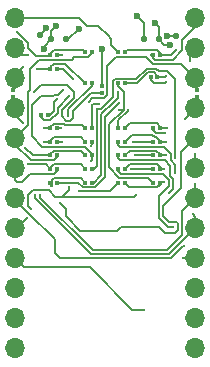
<source format=gbr>
%TF.GenerationSoftware,KiCad,Pcbnew,8.0.3+1*%
%TF.CreationDate,2024-06-27T20:46:53-04:00*%
%TF.ProjectId,XIAO_REV,5849414f-5f52-4455-962e-6b696361645f,rev?*%
%TF.SameCoordinates,Original*%
%TF.FileFunction,Copper,L2,Bot*%
%TF.FilePolarity,Positive*%
%FSLAX46Y46*%
G04 Gerber Fmt 4.6, Leading zero omitted, Abs format (unit mm)*
G04 Created by KiCad (PCBNEW 8.0.3+1) date 2024-06-27 20:46:53*
%MOMM*%
%LPD*%
G01*
G04 APERTURE LIST*
G04 Aperture macros list*
%AMOutline5P*
0 Free polygon, 5 corners , with rotation*
0 The origin of the aperture is its center*
0 number of corners: always 5*
0 $1 to $10 corner X, Y*
0 $11 Rotation angle, in degrees counterclockwise*
0 create outline with 5 corners*
4,1,5,$1,$2,$3,$4,$5,$6,$7,$8,$9,$10,$1,$2,$11*%
%AMOutline6P*
0 Free polygon, 6 corners , with rotation*
0 The origin of the aperture is its center*
0 number of corners: always 6*
0 $1 to $12 corner X, Y*
0 $13 Rotation angle, in degrees counterclockwise*
0 create outline with 6 corners*
4,1,6,$1,$2,$3,$4,$5,$6,$7,$8,$9,$10,$11,$12,$1,$2,$13*%
%AMOutline7P*
0 Free polygon, 7 corners , with rotation*
0 The origin of the aperture is its center*
0 number of corners: always 7*
0 $1 to $14 corner X, Y*
0 $15 Rotation angle, in degrees counterclockwise*
0 create outline with 7 corners*
4,1,7,$1,$2,$3,$4,$5,$6,$7,$8,$9,$10,$11,$12,$13,$14,$1,$2,$15*%
%AMOutline8P*
0 Free polygon, 8 corners , with rotation*
0 The origin of the aperture is its center*
0 number of corners: always 8*
0 $1 to $16 corner X, Y*
0 $17 Rotation angle, in degrees counterclockwise*
0 create outline with 8 corners*
4,1,8,$1,$2,$3,$4,$5,$6,$7,$8,$9,$10,$11,$12,$13,$14,$15,$16,$1,$2,$17*%
G04 Aperture macros list end*
%TA.AperFunction,SMDPad,CuDef*%
%ADD10Outline8P,-0.150000X0.140000X-0.090000X0.200000X0.090000X0.200000X0.150000X0.140000X0.150000X-0.140000X0.090000X-0.200000X-0.090000X-0.200000X-0.150000X-0.140000X0.000000*%
%TD*%
%TA.AperFunction,SMDPad,CuDef*%
%ADD11Outline8P,-0.250000X0.150000X-0.150000X0.250000X0.150000X0.250000X0.250000X0.150000X0.250000X-0.150000X0.150000X-0.250000X-0.150000X-0.250000X-0.250000X-0.150000X135.000000*%
%TD*%
%TA.AperFunction,SMDPad,CuDef*%
%ADD12Outline8P,-0.150000X0.140000X-0.090000X0.200000X0.090000X0.200000X0.150000X0.140000X0.150000X-0.140000X0.090000X-0.200000X-0.090000X-0.200000X-0.150000X-0.140000X270.000000*%
%TD*%
%TA.AperFunction,SMDPad,CuDef*%
%ADD13O,1.700000X1.700000*%
%TD*%
%TA.AperFunction,ViaPad*%
%ADD14C,0.300000*%
%TD*%
%TA.AperFunction,ViaPad*%
%ADD15C,0.600000*%
%TD*%
%TA.AperFunction,Conductor*%
%ADD16C,0.160000*%
%TD*%
G04 APERTURE END LIST*
D10*
%TO.P,,2*%
%TO.N,RST*%
X167840000Y-79380000D03*
%TD*%
%TO.P,,1*%
%TO.N,3V*%
X167840000Y-79930000D03*
%TD*%
%TO.P,,2*%
%TO.N,GND*%
X152200000Y-79375000D03*
%TD*%
%TO.P,,1*%
%TO.N,GND*%
X152200000Y-79925000D03*
%TD*%
%TO.P,,2*%
%TO.N,R18*%
X159780000Y-79035000D03*
%TD*%
%TO.P,,1*%
%TO.N,GND*%
X159780000Y-79585000D03*
%TD*%
D11*
%TO.P,,7*%
%TO.N,MTMS*%
X154490000Y-74680000D03*
%TD*%
%TO.P,,7*%
%TO.N,MTCK*%
X166020000Y-74830000D03*
%TD*%
%TO.P,,7*%
%TO.N,R15*%
X164560000Y-75090000D03*
%TD*%
%TO.P,,7*%
%TO.N,R18*%
X155450000Y-75090000D03*
%TD*%
%TO.P,,7*%
%TO.N,SWCLK*%
X163303948Y-75086052D03*
%TD*%
%TO.P,,7*%
%TO.N,SWDIO*%
X156736052Y-75086052D03*
%TD*%
D12*
%TO.P,,1*%
%TO.N,P5*%
X164090000Y-84910000D03*
%TD*%
%TO.P,,1*%
%TO.N,R6*%
X155400000Y-86060000D03*
%TD*%
%TO.P,,2*%
%TO.N,P4*%
X158900000Y-82610000D03*
%TD*%
%TO.P,,1*%
%TO.N,R7*%
X155400000Y-87210000D03*
%TD*%
%TO.P,,2*%
%TO.N,SCL*%
X158900000Y-78810000D03*
%TD*%
%TO.P,,1*%
%TO.N,R1*%
X155400000Y-76410000D03*
%TD*%
%TO.P,,2*%
%TO.N,TX*%
X155950000Y-87210000D03*
%TD*%
%TO.P,,1*%
%TO.N,R3*%
X158350000Y-82610000D03*
%TD*%
%TO.P,,1*%
%TO.N,R6*%
X158350000Y-86060000D03*
%TD*%
%TO.P,,2*%
%TO.N,P18*%
X155950000Y-83760000D03*
%TD*%
%TO.P,,2*%
%TO.N,R14*%
X164640000Y-76410000D03*
%TD*%
%TO.P,,1*%
%TO.N,GND*%
X161140000Y-87210000D03*
%TD*%
%TO.P,,1*%
%TO.N,RX*%
X161140000Y-78810000D03*
%TD*%
%TO.P,,2*%
%TO.N,R13*%
X161690000Y-78810000D03*
%TD*%
%TO.P,,1*%
%TO.N,R3*%
X155400000Y-82610000D03*
%TD*%
%TO.P,,2*%
%TO.N,R8*%
X164640000Y-87210000D03*
%TD*%
%TO.P,,2*%
%TO.N,SDA*%
X158900000Y-76160000D03*
%TD*%
%TO.P,,1*%
%TO.N,SCLK*%
X161140000Y-86060000D03*
%TD*%
%TO.P,,2*%
%TO.N,SCL*%
X155950000Y-86060000D03*
%TD*%
%TO.P,,1*%
%TO.N,R2*%
X155400000Y-77560000D03*
%TD*%
%TO.P,,1*%
%TO.N,GND*%
X163910000Y-78280000D03*
%TD*%
%TO.P,,2*%
%TO.N,R12*%
X161690000Y-82610000D03*
%TD*%
%TO.P,,1*%
%TO.N,5V*%
X164090000Y-76410000D03*
%TD*%
%TO.P,,2*%
%TO.N,P20*%
X155950000Y-77560000D03*
%TD*%
%TO.P,,2*%
%TO.N,R10*%
X164640000Y-84910000D03*
%TD*%
%TO.P,,2*%
%TO.N,R9*%
X161690000Y-86060000D03*
%TD*%
%TO.P,,2*%
%TO.N,SDA*%
X155950000Y-84910000D03*
%TD*%
%TO.P,,1*%
%TO.N,R2*%
X158350000Y-78810000D03*
%TD*%
%TO.P,,2*%
%TO.N,P21*%
X158900000Y-84910000D03*
%TD*%
%TO.P,,2*%
%TO.N,P20*%
X158900000Y-86060000D03*
%TD*%
%TO.P,,1*%
%TO.N,3V*%
X164090000Y-82610000D03*
%TD*%
%TO.P,,1*%
%TO.N,R5*%
X158350000Y-84910000D03*
%TD*%
%TO.P,,2*%
%TO.N,R11*%
X164640000Y-83760000D03*
%TD*%
%TO.P,,1*%
%TO.N,P19*%
X161140000Y-83760000D03*
%TD*%
%TO.P,,2*%
%TO.N,R14*%
X161690000Y-76160000D03*
%TD*%
%TO.P,,2*%
%TO.N,R8*%
X161690000Y-87210000D03*
%TD*%
%TO.P,,2*%
%TO.N,P19*%
X155950000Y-82610000D03*
%TD*%
%TO.P,,2*%
%TO.N,P5*%
X158900000Y-83760000D03*
%TD*%
%TO.P,,1*%
%TO.N,P18*%
X161140000Y-84910000D03*
%TD*%
%TO.P,,1*%
%TO.N,R4*%
X158350000Y-83760000D03*
%TD*%
%TO.P,,1*%
%TO.N,P4*%
X164090000Y-83760000D03*
%TD*%
%TO.P,,1*%
%TO.N,RX*%
X164090000Y-87210000D03*
%TD*%
%TO.P,,1*%
%TO.N,GND*%
X161140000Y-82610000D03*
%TD*%
%TO.P,,2*%
%TO.N,R10*%
X161690000Y-84910000D03*
%TD*%
%TO.P,,2*%
%TO.N,5V*%
X158900000Y-87210000D03*
%TD*%
%TO.P,,1*%
%TO.N,P6*%
X164090000Y-86060000D03*
%TD*%
%TO.P,,2*%
%TO.N,R12*%
X164640000Y-82610000D03*
%TD*%
%TO.P,,1*%
%TO.N,R4*%
X155400000Y-83760000D03*
%TD*%
%TO.P,,2*%
%TO.N,R13*%
X164460000Y-78280000D03*
%TD*%
%TO.P,,1*%
%TO.N,R1*%
X158350000Y-76160000D03*
%TD*%
%TO.P,,1*%
%TO.N,TX*%
X161140000Y-76160000D03*
%TD*%
%TO.P,,1*%
%TO.N,R5*%
X155400000Y-84910000D03*
%TD*%
%TO.P,,2*%
%TO.N,P21*%
X155950000Y-76410000D03*
%TD*%
%TO.P,,2*%
%TO.N,R11*%
X161690000Y-83760000D03*
%TD*%
%TO.P,,2*%
%TO.N,R9*%
X164640000Y-86060000D03*
%TD*%
%TO.P,,1*%
%TO.N,R7*%
X158350000Y-87210000D03*
%TD*%
D13*
%TO.P,,8*%
%TO.N,P5*%
X152400000Y-91070000D03*
%TD*%
%TO.P,,21*%
%TO.N,3V*%
X167640000Y-80910000D03*
%TD*%
%TO.P,,4*%
%TO.N,GND*%
X152400000Y-80910000D03*
%TD*%
%TO.P,,16*%
%TO.N,SCLK*%
X167640000Y-93610000D03*
%TD*%
%TO.P,,5*%
%TO.N,SDA*%
X152400000Y-83450000D03*
%TD*%
%TO.P,,10*%
%TO.N,P7*%
X152400000Y-96150000D03*
%TD*%
%TO.P,,23*%
%TO.N,GND*%
X167640000Y-75830000D03*
%TD*%
%TO.P,,12*%
%TO.N,P9*%
X152400000Y-101230000D03*
%TD*%
%TO.P,,9*%
%TO.N,P6*%
X152400000Y-93610000D03*
%TD*%
%TO.P,,19*%
%TO.N,P20*%
X167640000Y-85990000D03*
%TD*%
%TO.P,,3*%
%TO.N,GND*%
X152400000Y-78370000D03*
%TD*%
%TO.P,,14*%
%TO.N,MOSI*%
X167640000Y-98690000D03*
%TD*%
%TO.P,,2*%
%TO.N,RX*%
X152400000Y-75830000D03*
%TD*%
%TO.P,,6*%
%TO.N,SCL*%
X152400000Y-85990000D03*
%TD*%
%TO.P,,1*%
%TO.N,TX*%
X152400000Y-73290000D03*
%TD*%
%TO.P,,13*%
%TO.N,P10*%
X167640000Y-101230000D03*
%TD*%
%TO.P,,24*%
%TO.N,5V*%
X167640000Y-73290000D03*
%TD*%
%TO.P,,20*%
%TO.N,P21*%
X167640000Y-83450000D03*
%TD*%
%TO.P,,11*%
%TO.N,P8*%
X152400000Y-98690000D03*
%TD*%
%TO.P,,22*%
%TO.N,RST*%
X167640000Y-78370000D03*
%TD*%
%TO.P,,15*%
%TO.N,MISO*%
X167640000Y-96150000D03*
%TD*%
%TO.P,,7*%
%TO.N,P4*%
X152400000Y-88530000D03*
%TD*%
%TO.P,,18*%
%TO.N,P19*%
X167640000Y-88530000D03*
%TD*%
%TO.P,,17*%
%TO.N,P18*%
X167640000Y-91070000D03*
%TD*%
D12*
%TO.P,,2*%
%TO.N,R18*%
X155150000Y-81500000D03*
%TD*%
%TO.P,,1*%
%TO.N,RST*%
X154600000Y-81500000D03*
%TD*%
D14*
%TO.N,GND*%
X157836164Y-87905206D03*
X153094063Y-82169749D03*
%TO.N,P5*%
X156974315Y-87609999D03*
X158790001Y-84084315D03*
X153430000Y-90230000D03*
X153787843Y-89462157D03*
X162640685Y-88270000D03*
X162577500Y-84905000D03*
%TO.N,P6*%
X163323762Y-98013762D03*
X162240685Y-86075000D03*
%TO.N,RX*%
X153504623Y-76368937D03*
X161193491Y-81077804D03*
%TO.N,P4*%
X163560000Y-83760000D03*
X166700000Y-92575686D03*
%TO.N,P21*%
X156440000Y-79380000D03*
%TO.N,P4*%
X159547935Y-80547457D03*
X162410000Y-83760000D03*
%TO.N,P19*%
X156300000Y-82610000D03*
X154550003Y-88270000D03*
%TO.N,GND*%
X154042591Y-79528901D03*
X153058670Y-77403016D03*
%TO.N,SCL*%
X155989315Y-86055000D03*
X156892622Y-81560000D03*
%TO.N,P20*%
X159317211Y-81012789D03*
X157340000Y-78420000D03*
%TO.N,P18*%
X156410000Y-83760000D03*
X154080000Y-88270000D03*
%TO.N,5V*%
X163913995Y-76404999D03*
X161093894Y-79559580D03*
%TO.N,RST*%
X156979533Y-79900467D03*
X158650054Y-80345632D03*
%TO.N,P21*%
X156410000Y-76410000D03*
X158790000Y-85390000D03*
X156210000Y-88940000D03*
%TO.N,GND*%
X165140000Y-78680000D03*
X167219323Y-76921758D03*
X164130000Y-78750000D03*
X161999824Y-81031898D03*
%TO.N,P20*%
X165980000Y-85110969D03*
X167640000Y-84819997D03*
%TO.N,3V*%
X166783864Y-81846136D03*
X165135838Y-83028315D03*
%TO.N,P19*%
X167650833Y-87360048D03*
X165960000Y-86390000D03*
%TO.N,P18*%
X167454365Y-89900000D03*
X165415000Y-88110686D03*
%TO.N,SCLK*%
X166610000Y-93610000D03*
X165799999Y-90930000D03*
%TO.N,TX*%
X160230000Y-74750000D03*
%TO.N,R18*%
X155930000Y-80150000D03*
D15*
X159770000Y-75870000D03*
%TO.N,R15*%
X165560776Y-75547021D03*
%TO.N,R18*%
X154813950Y-75930001D03*
D14*
%TO.N,R8*%
X165050000Y-87180000D03*
%TO.N,R9*%
X165050000Y-86060000D03*
%TO.N,R10*%
X165170000Y-84910000D03*
%TO.N,R11*%
X165170000Y-83780000D03*
%TO.N,R12*%
X165240000Y-82570000D03*
%TO.N,R13*%
X165140000Y-78209997D03*
%TO.N,R14*%
X166010477Y-75973837D03*
%TO.N,R7*%
X155493023Y-87490691D03*
%TO.N,R6*%
X153523199Y-85662394D03*
%TO.N,R5*%
X153240134Y-84264298D03*
%TO.N,R4*%
X154835000Y-83745000D03*
%TO.N,R3*%
X154830000Y-82590000D03*
%TO.N,R2*%
X154229999Y-77590761D03*
%TO.N,R1*%
X152564156Y-74448429D03*
D15*
%TO.N,MTCK*%
X165274044Y-74832297D03*
%TO.N,MTMS*%
X154994115Y-74132286D03*
%TO.N,R18*%
X155900000Y-73970000D03*
%TO.N,R15*%
X164260000Y-73710000D03*
%TO.N,SWCLK*%
X162750000Y-73140000D03*
%TO.N,SWDIO*%
X157827766Y-74177553D03*
D14*
%TO.N,TX*%
X161200001Y-80505608D03*
%TD*%
D16*
%TO.N,MTMS*%
X154994115Y-74132286D02*
X154994115Y-74175885D01*
X154994115Y-74175885D02*
X154490000Y-74680000D01*
%TO.N,R18*%
X155900000Y-73970000D02*
X155480000Y-74390000D01*
X155480000Y-74390000D02*
X155480000Y-75070000D01*
%TO.N,MTCK*%
X165274044Y-74832297D02*
X165276341Y-74830000D01*
X165276341Y-74830000D02*
X166020000Y-74830000D01*
%TO.N,P5*%
X155240000Y-87870000D02*
X155810000Y-88440000D01*
X153914314Y-87870000D02*
X155240000Y-87870000D01*
X153787843Y-89462157D02*
X153500000Y-89174314D01*
X153500000Y-89174314D02*
X153500000Y-88290000D01*
X153500000Y-88290000D02*
X153680000Y-88110000D01*
X153680000Y-88110000D02*
X153680000Y-88104314D01*
X153680000Y-88104314D02*
X153914314Y-87870000D01*
X155810000Y-88440000D02*
X156360000Y-88440000D01*
%TO.N,P4*%
X166700000Y-92575686D02*
X166601004Y-92575686D01*
X166601004Y-92575686D02*
X165566690Y-93610000D01*
X153590000Y-89830000D02*
X152400000Y-88640000D01*
X165566690Y-93610000D02*
X164530000Y-93610000D01*
X153595686Y-89830000D02*
X153590000Y-89830000D01*
X164530000Y-93610000D02*
X161770000Y-93609999D01*
X161770000Y-93609999D02*
X156239999Y-93609999D01*
X155770000Y-92004314D02*
X153595686Y-89830000D01*
X152400000Y-88640000D02*
X152400000Y-88530000D01*
X156239999Y-93609999D02*
X155770000Y-93140000D01*
X155770000Y-93140000D02*
X155770000Y-92004314D01*
%TO.N,3V*%
X167840000Y-79930000D02*
X167840000Y-80710000D01*
X167840000Y-80710000D02*
X167640000Y-80910000D01*
%TO.N,RST*%
X167840000Y-79380000D02*
X167840000Y-78570000D01*
X167840000Y-78570000D02*
X167640000Y-78370000D01*
%TO.N,GND*%
X152400000Y-78370000D02*
X152400000Y-79175000D01*
X152400000Y-79175000D02*
X152200000Y-79375000D01*
X152400000Y-80910000D02*
X152400000Y-80125000D01*
X152400000Y-80125000D02*
X152200000Y-79925000D01*
%TO.N,R3*%
X155400000Y-82610000D02*
X155400000Y-82516446D01*
X155400000Y-82516446D02*
X155706446Y-82210000D01*
X155706446Y-82210000D02*
X156510246Y-82210000D01*
X156590246Y-82290000D02*
X158030000Y-82290000D01*
X156510246Y-82210000D02*
X156590246Y-82290000D01*
X158030000Y-82290000D02*
X158350000Y-82610000D01*
%TO.N,RST*%
X156979533Y-79900467D02*
X156020000Y-80860000D01*
X156020000Y-80860000D02*
X156020000Y-81276690D01*
X156020000Y-81276690D02*
X155396690Y-81900000D01*
X154850000Y-81900000D02*
X154600000Y-81650000D01*
X154600000Y-81650000D02*
X154600000Y-81500000D01*
X155396690Y-81900000D02*
X154850000Y-81900000D01*
%TO.N,R18*%
X155930000Y-80150000D02*
X155690000Y-80390000D01*
X155690000Y-81140000D02*
X155330000Y-81500000D01*
X155690000Y-80390000D02*
X155690000Y-81140000D01*
X155330000Y-81500000D02*
X155150000Y-81500000D01*
%TO.N,P21*%
X156440000Y-79380000D02*
X156070000Y-79750000D01*
X154631995Y-79880000D02*
X153831995Y-80680000D01*
X156070000Y-79750000D02*
X155739314Y-79750000D01*
X155739314Y-79750000D02*
X155609314Y-79880000D01*
X158300000Y-84160000D02*
X158900000Y-84760000D01*
X155609314Y-79880000D02*
X154631995Y-79880000D01*
X153830000Y-80680000D02*
X153830000Y-83305686D01*
X154684314Y-84160000D02*
X158300000Y-84160000D01*
X153831995Y-80680000D02*
X153830000Y-80680000D01*
X153830000Y-83305686D02*
X154684314Y-84160000D01*
X158900000Y-84760000D02*
X158900000Y-84910000D01*
%TO.N,SDA*%
X158900000Y-76160000D02*
X158900000Y-76253554D01*
X158900000Y-76253554D02*
X158593554Y-76560000D01*
X154445074Y-76810000D02*
X153680000Y-77575074D01*
X158593554Y-76560000D02*
X157430000Y-76560000D01*
X153680000Y-77575074D02*
X153680000Y-79360000D01*
X153500000Y-82350000D02*
X152400000Y-83450000D01*
X157430000Y-76560000D02*
X157180000Y-76810000D01*
X157180000Y-76810000D02*
X154445074Y-76810000D01*
X153680000Y-79360000D02*
X153500000Y-79540000D01*
X153500000Y-79540000D02*
X153500000Y-82350000D01*
%TO.N,P20*%
X155950000Y-77560000D02*
X156480000Y-77560000D01*
X156480000Y-77560000D02*
X157340000Y-78420000D01*
%TO.N,R15*%
X165560776Y-75547021D02*
X165017021Y-75547021D01*
X165017021Y-75547021D02*
X164560000Y-75090000D01*
%TO.N,R14*%
X166010477Y-75973837D02*
X165574314Y-76410000D01*
X165574314Y-76410000D02*
X164640000Y-76410000D01*
%TO.N,5V*%
X164090000Y-76410000D02*
X164090000Y-76680000D01*
X164090000Y-76680000D02*
X164220000Y-76810000D01*
X164220000Y-76810000D02*
X165740000Y-76810000D01*
X165740000Y-76810000D02*
X166540000Y-76010000D01*
X166540000Y-76010000D02*
X166540000Y-75120000D01*
X166540000Y-75120000D02*
X167640000Y-74020000D01*
X167640000Y-74020000D02*
X167640000Y-73290000D01*
%TO.N,SCL*%
X153024170Y-87146967D02*
X152574167Y-87146967D01*
%TO.N,R6*%
X153523199Y-85662394D02*
X155002394Y-85662394D01*
X155002394Y-85662394D02*
X155400000Y-86060000D01*
%TO.N,R7*%
X157945000Y-86805000D02*
X158350000Y-87210000D01*
X155493023Y-87490691D02*
X155469376Y-87467044D01*
X155704374Y-86805000D02*
X157945000Y-86805000D01*
X155500000Y-87009374D02*
X155704374Y-86805000D01*
X155500000Y-87403554D02*
X155500000Y-87009374D01*
X155493023Y-87410531D02*
X155500000Y-87403554D01*
X155469376Y-87467044D02*
X155469376Y-87210000D01*
X155493023Y-87490691D02*
X155493023Y-87410531D01*
%TO.N,GND*%
X157836164Y-87905206D02*
X157875958Y-87945000D01*
X157875958Y-87945000D02*
X160405000Y-87945000D01*
X160405000Y-87945000D02*
X161140000Y-87210000D01*
%TO.N,P5*%
X162640685Y-88270000D02*
X162460685Y-88450000D01*
X162460685Y-88450000D02*
X156370000Y-88450000D01*
X156370000Y-88450000D02*
X156360000Y-88440000D01*
%TO.N,RX*%
X160360000Y-85600000D02*
X160360000Y-82260000D01*
X164090000Y-87210000D02*
X163685000Y-86805000D01*
X163685000Y-86805000D02*
X161241446Y-86805000D01*
X161241446Y-86805000D02*
X160360000Y-85923554D01*
X160360000Y-85923554D02*
X160360000Y-85600000D01*
%TO.N,R8*%
X161690000Y-87210000D02*
X162090000Y-87610000D01*
X162090000Y-87610000D02*
X164430000Y-87610000D01*
X164430000Y-87610000D02*
X164640000Y-87400000D01*
X164640000Y-87400000D02*
X164640000Y-87210000D01*
%TO.N,P5*%
X156974315Y-87825685D02*
X156360000Y-88440000D01*
X156974315Y-87609999D02*
X156974315Y-87825685D01*
%TO.N,TX*%
X161200001Y-80505608D02*
X160030000Y-81675609D01*
X160030000Y-81675609D02*
X160030000Y-86730626D01*
X160030000Y-86730626D02*
X159145626Y-87615000D01*
X159145626Y-87615000D02*
X158111446Y-87615000D01*
X158111446Y-87615000D02*
X157706446Y-87210000D01*
X157706446Y-87210000D02*
X155950000Y-87210000D01*
%TO.N,RX*%
X160360000Y-82260000D02*
X161600000Y-81020000D01*
%TO.N,R8*%
X164640000Y-87210000D02*
X164640000Y-87116446D01*
%TO.N,P21*%
X156771189Y-90138811D02*
X157902377Y-91270000D01*
X156771189Y-90138811D02*
X156711189Y-90078811D01*
X156711189Y-90078811D02*
X156711189Y-89441189D01*
X156711189Y-89441189D02*
X156210000Y-88940000D01*
%TO.N,P19*%
X166530000Y-89640000D02*
X167640000Y-88530000D01*
X166530000Y-91670000D02*
X166530000Y-89640000D01*
X159016690Y-92950000D02*
X165250000Y-92950000D01*
X165250000Y-92950000D02*
X166530000Y-91670000D01*
X154550003Y-88483313D02*
X159016690Y-92950000D01*
X154550003Y-88270000D02*
X154550003Y-88483313D01*
%TO.N,P18*%
X154080000Y-88270000D02*
X154080000Y-88510000D01*
X154080000Y-88510000D02*
X158850000Y-93280000D01*
X158850000Y-93280000D02*
X165430000Y-93280000D01*
X165430000Y-93280000D02*
X167640000Y-91070000D01*
%TO.N,SCL*%
X153706137Y-86465000D02*
X155695000Y-86465000D01*
X153024170Y-87146967D02*
X153706137Y-86465000D01*
X155695000Y-86465000D02*
X155950000Y-86210000D01*
X155950000Y-86210000D02*
X155950000Y-86060000D01*
%TO.N,GND*%
X152400000Y-81475686D02*
X153094063Y-82169749D01*
X152400000Y-80910000D02*
X152400000Y-81475686D01*
%TO.N,P5*%
X158900000Y-83760000D02*
X158900000Y-83974316D01*
X158900000Y-83974316D02*
X158790001Y-84084315D01*
X152590000Y-91070000D02*
X152400000Y-91070000D01*
X153430000Y-90230000D02*
X152590000Y-91070000D01*
%TO.N,P21*%
X158790000Y-85390000D02*
X158900000Y-85280000D01*
X158900000Y-85280000D02*
X158900000Y-84910000D01*
X161340000Y-90970000D02*
X164570000Y-90970000D01*
X166440000Y-87690000D02*
X166440000Y-84650000D01*
X157902377Y-91270000D02*
X161040000Y-91270000D01*
X165087844Y-91487844D02*
X165965686Y-91487844D01*
X161040000Y-91270000D02*
X161340000Y-90970000D01*
X166199999Y-91253529D02*
X166199999Y-90669999D01*
X165965686Y-91487844D02*
X166199999Y-91253529D01*
X164570000Y-90970000D02*
X165087844Y-91487844D01*
X166199999Y-90669999D02*
X166060000Y-90530000D01*
X166060000Y-90530000D02*
X165410000Y-90530000D01*
X164940000Y-90060000D02*
X164940000Y-89190000D01*
X165410000Y-90530000D02*
X164940000Y-90060000D01*
X164940000Y-89190000D02*
X166440000Y-87690000D01*
X166440000Y-84650000D02*
X167640000Y-83450000D01*
%TO.N,P6*%
X164090000Y-86060000D02*
X162255685Y-86060000D01*
X162255685Y-86060000D02*
X162240685Y-86075000D01*
%TO.N,P5*%
X162582500Y-84910000D02*
X162577500Y-84905000D01*
X164090000Y-84910000D02*
X162582500Y-84910000D01*
%TO.N,P6*%
X153180000Y-94390000D02*
X158720000Y-94390000D01*
X152400000Y-93610000D02*
X153180000Y-94390000D01*
X158720000Y-94390000D02*
X162343762Y-98013762D01*
X162343762Y-98013762D02*
X163323762Y-98013762D01*
%TO.N,SCLK*%
X164910686Y-86475000D02*
X161405000Y-86475000D01*
X161140000Y-86210000D02*
X161140000Y-86060000D01*
X165799999Y-90930000D02*
X165343310Y-90930000D01*
X165450000Y-87014314D02*
X164910686Y-86475000D01*
X165450000Y-87510000D02*
X165450000Y-87014314D01*
X164610000Y-88350000D02*
X165450000Y-87510000D01*
X161405000Y-86475000D02*
X161140000Y-86210000D01*
X164610000Y-90196690D02*
X164610000Y-88350000D01*
X165343310Y-90930000D02*
X164610000Y-90196690D01*
%TO.N,R18*%
X154813950Y-75726050D02*
X155450000Y-75090000D01*
X154813950Y-75930001D02*
X154813950Y-75726050D01*
%TO.N,R1*%
X155400000Y-76410000D02*
X155400000Y-76420000D01*
X155400000Y-76420000D02*
X155340000Y-76480000D01*
X155340000Y-76480000D02*
X154200000Y-76480000D01*
X152574064Y-74448429D02*
X152564156Y-74448429D01*
X154200000Y-76480000D02*
X153500000Y-75780000D01*
X153500000Y-75780000D02*
X153500000Y-75374365D01*
X153500000Y-75374365D02*
X152574064Y-74448429D01*
%TO.N,RX*%
X153504623Y-76368937D02*
X152938937Y-76368937D01*
X152938937Y-76368937D02*
X152400000Y-75830000D01*
%TO.N,R2*%
X155400000Y-77560000D02*
X155400000Y-77459374D01*
X155400000Y-77459374D02*
X155704374Y-77155000D01*
X158310000Y-78810000D02*
X158350000Y-78810000D01*
X155704374Y-77155000D02*
X156655000Y-77155000D01*
X156655000Y-77155000D02*
X158310000Y-78810000D01*
%TO.N,R18*%
X159770000Y-75870000D02*
X159780000Y-75880000D01*
X159780000Y-75880000D02*
X159780000Y-79035000D01*
%TO.N,RX*%
X161600000Y-81020000D02*
X161251295Y-81020000D01*
X161251295Y-81020000D02*
X161193491Y-81077804D01*
%TO.N,P18*%
X167640000Y-90085635D02*
X167640000Y-91070000D01*
X167454365Y-89900000D02*
X167640000Y-90085635D01*
%TO.N,P4*%
X163560000Y-83760000D02*
X164090000Y-83760000D01*
%TO.N,3V*%
X165135838Y-83028315D02*
X165117523Y-83010000D01*
X165117523Y-83010000D02*
X164340000Y-83010000D01*
X164340000Y-83010000D02*
X164090000Y-82760000D01*
X164090000Y-82760000D02*
X164090000Y-82610000D01*
%TO.N,P19*%
X156300000Y-82610000D02*
X155950000Y-82610000D01*
%TO.N,R4*%
X155400000Y-83760000D02*
X155400000Y-83666446D01*
X155400000Y-83666446D02*
X155706446Y-83360000D01*
X155706446Y-83360000D02*
X157950000Y-83360000D01*
X157950000Y-83360000D02*
X158350000Y-83760000D01*
%TO.N,SCL*%
X152400000Y-85990000D02*
X152400000Y-86972800D01*
X152400000Y-86972800D02*
X152574167Y-87146967D01*
%TO.N,P4*%
X158900000Y-82610000D02*
X158900000Y-80661372D01*
X158900000Y-80661372D02*
X159013915Y-80547457D01*
X159013915Y-80547457D02*
X159547935Y-80547457D01*
%TO.N,RST*%
X158650054Y-80345632D02*
X158955686Y-80040000D01*
X158955686Y-80040000D02*
X159968554Y-80040000D01*
X159968554Y-80040000D02*
X160180000Y-79828554D01*
X160180000Y-79828554D02*
X160180000Y-77320000D01*
X160180000Y-77320000D02*
X160940000Y-76560000D01*
X160940000Y-76560000D02*
X163503310Y-76560000D01*
X163503310Y-76560000D02*
X164083310Y-77140000D01*
X164083310Y-77140000D02*
X166410000Y-77140000D01*
X166410000Y-77140000D02*
X167640000Y-78370000D01*
%TO.N,P20*%
X165910000Y-78414311D02*
X165910000Y-85040969D01*
X165295689Y-77800000D02*
X165910000Y-78414311D01*
X164306690Y-77550000D02*
X164556690Y-77800000D01*
X163529756Y-77550000D02*
X164306690Y-77550000D01*
X164556690Y-77800000D02*
X165295689Y-77800000D01*
X160896446Y-78410000D02*
X162669756Y-78410000D01*
X160690000Y-79983233D02*
X160690000Y-78616446D01*
X159660444Y-81012789D02*
X160690000Y-79983233D01*
X160690000Y-78616446D02*
X160896446Y-78410000D01*
X159317211Y-81012789D02*
X159660444Y-81012789D01*
X159317211Y-81012789D02*
X159350000Y-81045578D01*
X162669756Y-78410000D02*
X163529756Y-77550000D01*
X165910000Y-85040969D02*
X165980000Y-85110969D01*
X159350000Y-81045578D02*
X159350000Y-81730000D01*
%TO.N,GND*%
X161999824Y-81031898D02*
X161930000Y-81101722D01*
X161930000Y-81156690D02*
X161140000Y-81946690D01*
X161930000Y-81101722D02*
X161930000Y-81156690D01*
X161140000Y-81946690D02*
X161140000Y-82610000D01*
%TO.N,P4*%
X164090000Y-83760000D02*
X162410000Y-83760000D01*
%TO.N,SCL*%
X158900000Y-78810000D02*
X158900000Y-79012376D01*
X158900000Y-79012376D02*
X156892622Y-81019754D01*
X156892622Y-81019754D02*
X156892622Y-81560000D01*
%TO.N,GND*%
X152400000Y-78370000D02*
X152400000Y-78061686D01*
X152400000Y-78061686D02*
X153058670Y-77403016D01*
%TO.N,P18*%
X156410000Y-83760000D02*
X155950000Y-83760000D01*
%TO.N,R4*%
X154850000Y-83760000D02*
X155400000Y-83760000D01*
X154835000Y-83745000D02*
X154850000Y-83760000D01*
%TO.N,R5*%
X155400000Y-84910000D02*
X155400000Y-84809374D01*
X155400000Y-84809374D02*
X155699374Y-84510000D01*
X155699374Y-84510000D02*
X157950000Y-84510000D01*
X157950000Y-84510000D02*
X158350000Y-84910000D01*
X153885836Y-84910000D02*
X155400000Y-84910000D01*
X153240134Y-84264298D02*
X153885836Y-84910000D01*
%TO.N,5V*%
X161093894Y-80046029D02*
X161093894Y-79559580D01*
X160739962Y-80399961D02*
X161093894Y-80046029D01*
X163913995Y-76404999D02*
X164084999Y-76404999D01*
X164084999Y-76404999D02*
X164090000Y-76410000D01*
%TO.N,RX*%
X161600000Y-81020000D02*
X161600000Y-79500000D01*
X161600000Y-79500000D02*
X161140000Y-79040000D01*
X161140000Y-79040000D02*
X161140000Y-78810000D01*
%TO.N,TX*%
X161140000Y-76160000D02*
X160540000Y-75560000D01*
X160540000Y-75560000D02*
X160540000Y-75060000D01*
X160540000Y-75060000D02*
X160230000Y-74750000D01*
%TO.N,5V*%
X159700000Y-81439923D02*
X160739962Y-80399961D01*
X159700000Y-81869368D02*
X159700000Y-81439923D01*
%TO.N,P20*%
X159350000Y-81730000D02*
X159350000Y-81620000D01*
X159350000Y-85810000D02*
X159350000Y-81730000D01*
%TO.N,5V*%
X159700000Y-83060000D02*
X159700000Y-81869368D01*
X159700000Y-86593936D02*
X159700000Y-86120000D01*
X159620000Y-86673936D02*
X159700000Y-86593936D01*
X159700000Y-86120000D02*
X159700000Y-83060000D01*
%TO.N,P20*%
X158900000Y-86060000D02*
X159100000Y-86060000D01*
X159100000Y-86060000D02*
X159350000Y-85810000D01*
%TO.N,5V*%
X159083936Y-87210000D02*
X159620000Y-86673936D01*
X158900000Y-87210000D02*
X159083936Y-87210000D01*
%TO.N,GND*%
X167219323Y-76921758D02*
X167219323Y-76700677D01*
X167219323Y-76700677D02*
X167220000Y-76700000D01*
X167220000Y-76700000D02*
X167220000Y-76250000D01*
X167220000Y-76250000D02*
X167640000Y-75830000D01*
%TO.N,R13*%
X165140000Y-78209997D02*
X165069997Y-78280000D01*
X165069997Y-78280000D02*
X164460000Y-78280000D01*
%TO.N,GND*%
X165140000Y-78680000D02*
X165070000Y-78750000D01*
X165070000Y-78750000D02*
X164130000Y-78750000D01*
%TO.N,R13*%
X164460000Y-78280000D02*
X164460000Y-78170000D01*
X164460000Y-78170000D02*
X164170000Y-77880000D01*
X164170000Y-77880000D02*
X163666446Y-77880000D01*
X163666446Y-77880000D02*
X162736446Y-78810000D01*
X162736446Y-78810000D02*
X161690000Y-78810000D01*
X164360000Y-78180000D02*
X164460000Y-78280000D01*
%TO.N,GND*%
X164130000Y-78750000D02*
X163910000Y-78530000D01*
X163910000Y-78530000D02*
X163910000Y-78280000D01*
%TO.N,SDA*%
X155950000Y-84910000D02*
X155950000Y-85060000D01*
X155950000Y-85060000D02*
X155695000Y-85315000D01*
X155695000Y-85315000D02*
X155260000Y-85315000D01*
X155260000Y-85315000D02*
X155255000Y-85320000D01*
X155255000Y-85320000D02*
X153730000Y-85320000D01*
X153730000Y-85320000D02*
X152400000Y-83990000D01*
X152400000Y-83990000D02*
X152400000Y-83450000D01*
%TO.N,P21*%
X156410000Y-76410000D02*
X155950000Y-76410000D01*
%TO.N,R2*%
X154229999Y-77590761D02*
X155369239Y-77590761D01*
X155369239Y-77590761D02*
X155400000Y-77560000D01*
%TO.N,P20*%
X167640000Y-84819997D02*
X167640000Y-85990000D01*
%TO.N,P18*%
X165415000Y-88110686D02*
X165779999Y-87745687D01*
X161140000Y-85150000D02*
X161140000Y-84910000D01*
X165779999Y-87745687D02*
X165779999Y-87373309D01*
X165779999Y-87373309D02*
X165780000Y-86877624D01*
X165780000Y-86877624D02*
X165560000Y-86657624D01*
X165560000Y-86657624D02*
X165560000Y-85784314D01*
X165560000Y-85784314D02*
X165085686Y-85310000D01*
X165085686Y-85310000D02*
X161300000Y-85310000D01*
X161300000Y-85310000D02*
X161140000Y-85150000D01*
%TO.N,3V*%
X166783864Y-81846136D02*
X167640000Y-80990000D01*
X167640000Y-80990000D02*
X167640000Y-80910000D01*
%TO.N,P19*%
X165960000Y-86390000D02*
X165960000Y-85717624D01*
X161140000Y-83990000D02*
X161140000Y-83760000D01*
X165960000Y-85717624D02*
X165580000Y-85337624D01*
X165580000Y-85337624D02*
X165580000Y-84754314D01*
X165580000Y-84754314D02*
X164985686Y-84160000D01*
X164985686Y-84160000D02*
X161310000Y-84160000D01*
X161310000Y-84160000D02*
X161140000Y-83990000D01*
%TO.N,R9*%
X165050000Y-86060000D02*
X164640000Y-86060000D01*
%TO.N,P19*%
X167650833Y-87360048D02*
X167650833Y-88519167D01*
X167650833Y-88519167D02*
X167640000Y-88530000D01*
%TO.N,SCLK*%
X166610000Y-93610000D02*
X167640000Y-93610000D01*
X167290000Y-93260000D02*
X167640000Y-93610000D01*
%TO.N,3V*%
X167465686Y-80910000D02*
X167640000Y-80910000D01*
%TO.N,RST*%
X167130000Y-78370000D02*
X167640000Y-78370000D01*
%TO.N,TX*%
X160230000Y-74750000D02*
X159440000Y-73960000D01*
%TO.N,RX*%
X152400000Y-75830000D02*
X152400000Y-76420000D01*
%TO.N,SWDIO*%
X157827766Y-74177553D02*
X156919267Y-75086052D01*
X156919267Y-75086052D02*
X156736052Y-75086052D01*
%TO.N,SCL*%
X152875000Y-86465000D02*
X152400000Y-85990000D01*
%TO.N,R1*%
X155400000Y-76410000D02*
X155400000Y-76309374D01*
X155400000Y-76309374D02*
X155704374Y-76005000D01*
X155704374Y-76005000D02*
X158195000Y-76005000D01*
X158195000Y-76005000D02*
X158350000Y-76160000D01*
%TO.N,R14*%
X164640000Y-76410000D02*
X164640000Y-76260000D01*
X161845000Y-76005000D02*
X161690000Y-76160000D01*
X164640000Y-76260000D02*
X164385000Y-76005000D01*
X164385000Y-76005000D02*
X161845000Y-76005000D01*
%TO.N,R12*%
X164640000Y-82610000D02*
X164640000Y-82460000D01*
X164640000Y-82460000D02*
X164385000Y-82205000D01*
X164385000Y-82205000D02*
X162095000Y-82205000D01*
X162095000Y-82205000D02*
X161690000Y-82610000D01*
%TO.N,R10*%
X164640000Y-84910000D02*
X164640000Y-84809374D01*
X164640000Y-84809374D02*
X164335626Y-84505000D01*
X162095000Y-84505000D02*
X161690000Y-84910000D01*
X164335626Y-84505000D02*
X162095000Y-84505000D01*
%TO.N,R9*%
X164640000Y-86060000D02*
X164640000Y-85910000D01*
X164640000Y-85910000D02*
X164385000Y-85655000D01*
X164385000Y-85655000D02*
X162095000Y-85655000D01*
X162095000Y-85655000D02*
X161690000Y-86060000D01*
%TO.N,R8*%
X164640000Y-87210000D02*
X164640000Y-87109374D01*
%TO.N,R6*%
X155400000Y-86060000D02*
X155400000Y-85959374D01*
X155400000Y-85959374D02*
X155704374Y-85655000D01*
X155704374Y-85655000D02*
X157945000Y-85655000D01*
X157945000Y-85655000D02*
X158350000Y-86060000D01*
%TO.N,R12*%
X165240000Y-82570000D02*
X164680000Y-82570000D01*
X164680000Y-82570000D02*
X164640000Y-82610000D01*
%TO.N,R11*%
X165170000Y-83780000D02*
X164660000Y-83780000D01*
X164660000Y-83780000D02*
X164640000Y-83760000D01*
%TO.N,R10*%
X165170000Y-84910000D02*
X164640000Y-84910000D01*
%TO.N,R8*%
X165050000Y-87180000D02*
X164670000Y-87180000D01*
X164670000Y-87180000D02*
X164640000Y-87210000D01*
%TO.N,R2*%
X155469376Y-77560000D02*
X155400000Y-77560000D01*
%TO.N,R1*%
X155469376Y-76410000D02*
X155400000Y-76410000D01*
%TO.N,R14*%
X164570624Y-76410000D02*
X164640000Y-76410000D01*
%TO.N,R11*%
X164640000Y-83760000D02*
X164570624Y-83760000D01*
%TO.N,R10*%
X164570624Y-84910000D02*
X164640000Y-84910000D01*
%TO.N,R9*%
X164640000Y-86060000D02*
X164570624Y-86060000D01*
%TO.N,R8*%
X164570000Y-87210000D02*
X164640000Y-87210000D01*
%TO.N,R3*%
X155469376Y-82610000D02*
X155400000Y-82610000D01*
%TO.N,R4*%
X155469376Y-83760000D02*
X155400000Y-83760000D01*
%TO.N,R5*%
X155400000Y-84910000D02*
X155469376Y-84910000D01*
%TO.N,R3*%
X154830000Y-82590000D02*
X155380000Y-82590000D01*
X155380000Y-82590000D02*
X155400000Y-82610000D01*
%TO.N,R15*%
X164560000Y-75090000D02*
X164560000Y-74010000D01*
X164560000Y-74010000D02*
X164260000Y-73710000D01*
%TO.N,SWCLK*%
X163343948Y-73733948D02*
X163343948Y-75076052D01*
X162750000Y-73140000D02*
X163343948Y-73733948D01*
%TO.N,R6*%
X155400000Y-86060000D02*
X155469376Y-86060000D01*
%TO.N,TX*%
X152493662Y-73383662D02*
X152400000Y-73290000D01*
X158470000Y-73960000D02*
X159440000Y-73960000D01*
X157800000Y-73290000D02*
X158470000Y-73960000D01*
X152400000Y-73290000D02*
X157800000Y-73290000D01*
%TO.N,R11*%
X164640000Y-83760000D02*
X164640000Y-83666446D01*
X164640000Y-83666446D02*
X164333554Y-83360000D01*
X164333554Y-83360000D02*
X164223310Y-83360000D01*
X164223310Y-83360000D02*
X164023310Y-83160000D01*
X164023310Y-83160000D02*
X162290000Y-83160000D01*
X162290000Y-83160000D02*
X161690000Y-83760000D01*
%TO.N,GND*%
X156350000Y-81583064D02*
X156726936Y-81960000D01*
X156350000Y-81095686D02*
X156350000Y-81583064D01*
X157379533Y-79529533D02*
X157379533Y-80066153D01*
X156830000Y-78980000D02*
X157379533Y-79529533D01*
X154042591Y-79528901D02*
X154591492Y-78980000D01*
X154591492Y-78980000D02*
X156830000Y-78980000D01*
X157379533Y-80066153D02*
X156350000Y-81095686D01*
X156726936Y-81960000D02*
X157058308Y-81960000D01*
X157058308Y-81960000D02*
X157292622Y-81725686D01*
X157292622Y-81725686D02*
X157292622Y-81137378D01*
X157292622Y-81137378D02*
X158845000Y-79585000D01*
X158845000Y-79585000D02*
X159780000Y-79585000D01*
%TD*%
M02*

</source>
